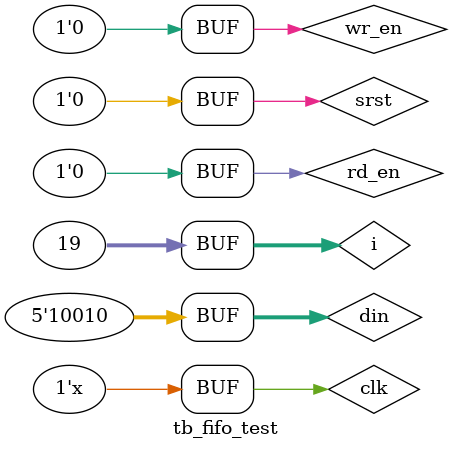
<source format=v>
`timescale 1ns / 1ps


module tb_fifo_test();
reg clk;
reg srst;
reg [4:0] din;
reg wr_en;
reg rd_en;
wire [4:0] dout;
wire full;
wire empty;

integer      i ;
//reg [4:0]    counter2 ;

initial begin
    clk=1;
    srst=1;
    wr_en=0;
    rd_en=0;
    #10 srst=0;
    #100 wr_en=1;
//    counter2 = 5'b0;
    for (i=0; i<=18; i=i+1) begin
        #10 ;
        din = i;
    end
    wr_en=0;
    rd_en=1;
    for (i=0; i<=18; i=i+1) begin
        #10 ;
    end
    rd_en=0;
end


//din=1;
//#10 din=2;
//#10 din=3;
//#10 din=4;
//#10 wr_en=0;
//#10 rd_en=1;

////din=0;
//#100 rd_en=0;
//#10 wr_en=1;
// din=5;
//#10 din=6;
//#10 wr_en=0;
////din=0;

//#100 rd_en=1;

always #5 clk=~clk;



    
fifo_generator_0 uut (
  .clk(clk),      // input wire clk
  .srst(srst),    // input wire srst
  .din(din),      // input wire [17 : 0] din
  .wr_en(wr_en),  // input wire wr_en
  .rd_en(rd_en),  // input wire rd_en
  .dout(dout),    // output wire [17 : 0] dout
  .full(full),    // output wire full
  .empty(empty)  // output wire empty
);
endmodule


</source>
